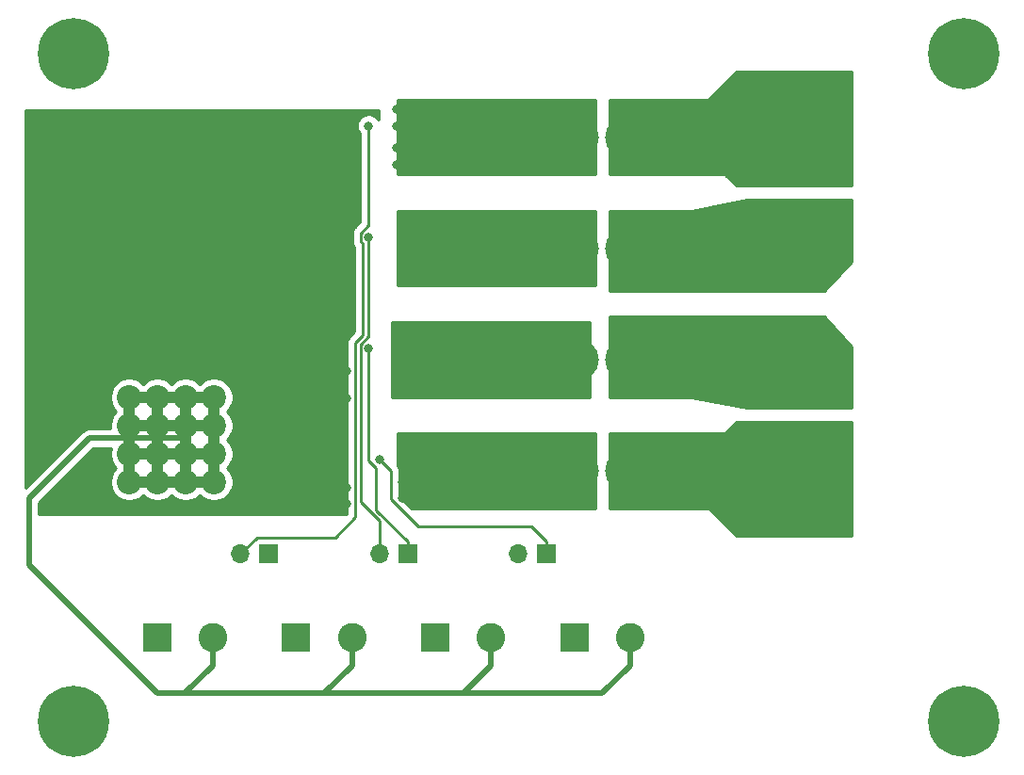
<source format=gbr>
G04 #@! TF.GenerationSoftware,KiCad,Pcbnew,(5.1.6)-1*
G04 #@! TF.CreationDate,2020-07-08T14:40:54+02:00*
G04 #@! TF.ProjectId,power-distribution,706f7765-722d-4646-9973-747269627574,rev?*
G04 #@! TF.SameCoordinates,Original*
G04 #@! TF.FileFunction,Copper,L2,Bot*
G04 #@! TF.FilePolarity,Positive*
%FSLAX46Y46*%
G04 Gerber Fmt 4.6, Leading zero omitted, Abs format (unit mm)*
G04 Created by KiCad (PCBNEW (5.1.6)-1) date 2020-07-08 14:40:54*
%MOMM*%
%LPD*%
G01*
G04 APERTURE LIST*
G04 #@! TA.AperFunction,ComponentPad*
%ADD10C,2.600000*%
G04 #@! TD*
G04 #@! TA.AperFunction,ComponentPad*
%ADD11R,2.600000X2.600000*%
G04 #@! TD*
G04 #@! TA.AperFunction,ComponentPad*
%ADD12C,4.000000*%
G04 #@! TD*
G04 #@! TA.AperFunction,ComponentPad*
%ADD13C,3.500000*%
G04 #@! TD*
G04 #@! TA.AperFunction,ComponentPad*
%ADD14C,0.800000*%
G04 #@! TD*
G04 #@! TA.AperFunction,ComponentPad*
%ADD15C,6.400000*%
G04 #@! TD*
G04 #@! TA.AperFunction,ComponentPad*
%ADD16R,1.700000X1.700000*%
G04 #@! TD*
G04 #@! TA.AperFunction,ComponentPad*
%ADD17O,1.700000X1.700000*%
G04 #@! TD*
G04 #@! TA.AperFunction,ComponentPad*
%ADD18C,2.200000*%
G04 #@! TD*
G04 #@! TA.AperFunction,ViaPad*
%ADD19C,0.800000*%
G04 #@! TD*
G04 #@! TA.AperFunction,Conductor*
%ADD20C,0.500000*%
G04 #@! TD*
G04 #@! TA.AperFunction,Conductor*
%ADD21C,1.000000*%
G04 #@! TD*
G04 #@! TA.AperFunction,Conductor*
%ADD22C,0.250000*%
G04 #@! TD*
G04 #@! TA.AperFunction,Conductor*
%ADD23C,0.254000*%
G04 #@! TD*
G04 APERTURE END LIST*
D10*
X105000000Y-137500000D03*
D11*
X100000000Y-137500000D03*
X87500000Y-137500000D03*
D10*
X92500000Y-137500000D03*
X80000000Y-137500000D03*
D11*
X75000000Y-137500000D03*
X62500000Y-137500000D03*
D10*
X67500000Y-137500000D03*
D12*
X95500000Y-122500000D03*
D13*
X100470000Y-122500000D03*
X104530000Y-122500000D03*
D12*
X109600000Y-122500000D03*
X95500000Y-112500000D03*
D13*
X100470000Y-112500000D03*
X104530000Y-112500000D03*
D12*
X109600000Y-112500000D03*
X95500000Y-102500000D03*
D13*
X100470000Y-102500000D03*
X104530000Y-102500000D03*
D12*
X109600000Y-102500000D03*
X95500000Y-92500000D03*
D13*
X100470000Y-92500000D03*
X104530000Y-92500000D03*
D12*
X109600000Y-92500000D03*
D14*
X136697056Y-83302944D03*
X135000000Y-82600000D03*
X133302944Y-83302944D03*
X132600000Y-85000000D03*
X133302944Y-86697056D03*
X135000000Y-87400000D03*
X136697056Y-86697056D03*
X137400000Y-85000000D03*
D15*
X135000000Y-85000000D03*
D14*
X136697056Y-143302944D03*
X135000000Y-142600000D03*
X133302944Y-143302944D03*
X132600000Y-145000000D03*
X133302944Y-146697056D03*
X135000000Y-147400000D03*
X136697056Y-146697056D03*
X137400000Y-145000000D03*
D15*
X135000000Y-145000000D03*
D14*
X56697056Y-143302944D03*
X55000000Y-142600000D03*
X53302944Y-143302944D03*
X52600000Y-145000000D03*
X53302944Y-146697056D03*
X55000000Y-147400000D03*
X56697056Y-146697056D03*
X57400000Y-145000000D03*
D15*
X55000000Y-145000000D03*
D14*
X56697056Y-83302944D03*
X55000000Y-82600000D03*
X53302944Y-83302944D03*
X52600000Y-85000000D03*
X53302944Y-86697056D03*
X55000000Y-87400000D03*
X56697056Y-86697056D03*
X57400000Y-85000000D03*
D15*
X55000000Y-85000000D03*
D16*
X97500000Y-130000000D03*
D17*
X94960000Y-130000000D03*
X82460000Y-130000000D03*
D16*
X85000000Y-130000000D03*
X72500000Y-130000000D03*
D17*
X69960000Y-130000000D03*
D11*
X120000000Y-125000000D03*
D10*
X120000000Y-120000000D03*
X120000000Y-115000000D03*
X120000000Y-110000000D03*
X120000000Y-105000000D03*
X120000000Y-100000000D03*
X120000000Y-95000000D03*
X120000000Y-90000000D03*
D18*
X59920000Y-106500000D03*
X62460000Y-106500000D03*
X65000000Y-106500000D03*
X67540000Y-106500000D03*
X59920000Y-103960000D03*
X62460000Y-103960000D03*
X65000000Y-103960000D03*
X67540000Y-103960000D03*
X59920000Y-101420000D03*
X62460000Y-101420000D03*
X65000000Y-101420000D03*
X67540000Y-101420000D03*
X59920000Y-98880000D03*
X62460000Y-98880000D03*
X65000000Y-98880000D03*
X67540000Y-98880000D03*
X67620000Y-115880000D03*
X65080000Y-115880000D03*
X62540000Y-115880000D03*
X60000000Y-115880000D03*
X67620000Y-118420000D03*
X65080000Y-118420000D03*
X62540000Y-118420000D03*
X60000000Y-118420000D03*
X67620000Y-120960000D03*
X65080000Y-120960000D03*
X62540000Y-120960000D03*
X60000000Y-120960000D03*
X67620000Y-123500000D03*
X65080000Y-123500000D03*
X62540000Y-123500000D03*
X60000000Y-123500000D03*
D19*
X78000000Y-93500000D03*
X78000000Y-96000000D03*
X79000000Y-96000000D03*
X79000000Y-93500000D03*
X79500000Y-103500000D03*
X79500000Y-106000000D03*
X78500000Y-106000000D03*
X78500000Y-103500000D03*
X79500000Y-113500000D03*
X78500000Y-113500000D03*
X79500000Y-116000000D03*
X78500000Y-116000000D03*
X79500000Y-124000000D03*
X79500000Y-125500000D03*
X78500000Y-125500000D03*
X78500000Y-124000000D03*
X87500000Y-125000000D03*
X86000000Y-125000000D03*
X84500000Y-125000000D03*
X86000000Y-123500000D03*
X86000000Y-121500000D03*
X90500000Y-121500000D03*
X89000000Y-121500000D03*
X84500000Y-123500000D03*
X84500000Y-121500000D03*
X89000000Y-123500000D03*
X90500000Y-120000000D03*
X89000000Y-120000000D03*
X90500000Y-123500000D03*
X86000000Y-120000000D03*
X84500000Y-120000000D03*
X89000000Y-125000000D03*
X87500000Y-120000000D03*
X90500000Y-125000000D03*
X87500000Y-123500000D03*
X87500000Y-121500000D03*
X87500000Y-115000000D03*
X86000000Y-115000000D03*
X84500000Y-115000000D03*
X86000000Y-113500000D03*
X86000000Y-111500000D03*
X90500000Y-111500000D03*
X89000000Y-111500000D03*
X84500000Y-113500000D03*
X84500000Y-111500000D03*
X89000000Y-113500000D03*
X90500000Y-110000000D03*
X89000000Y-110000000D03*
X90500000Y-113500000D03*
X86000000Y-110000000D03*
X84500000Y-110000000D03*
X89000000Y-115000000D03*
X87500000Y-110000000D03*
X90500000Y-115000000D03*
X87500000Y-113500000D03*
X87500000Y-111500000D03*
X87500000Y-105000000D03*
X86000000Y-105000000D03*
X84500000Y-105000000D03*
X86000000Y-103500000D03*
X86000000Y-101500000D03*
X90500000Y-101500000D03*
X89000000Y-101500000D03*
X84500000Y-103500000D03*
X84500000Y-101500000D03*
X89000000Y-103500000D03*
X90500000Y-100000000D03*
X89000000Y-100000000D03*
X90500000Y-103500000D03*
X86000000Y-100000000D03*
X84500000Y-100000000D03*
X89000000Y-105000000D03*
X87500000Y-100000000D03*
X90500000Y-105000000D03*
X87500000Y-103500000D03*
X87500000Y-101500000D03*
X85500000Y-91500000D03*
X87000000Y-91500000D03*
X88500000Y-91500000D03*
X90000000Y-91500000D03*
X90000000Y-93500000D03*
X88500000Y-93500000D03*
X87000000Y-93500000D03*
X85500000Y-93500000D03*
X84000000Y-93500000D03*
X84000000Y-95000000D03*
X85500000Y-95000000D03*
X87000000Y-95000000D03*
X88500000Y-95000000D03*
X90000000Y-95000000D03*
X84000000Y-91500000D03*
X84000000Y-90000000D03*
X85500000Y-90000000D03*
X87000000Y-90000000D03*
X88500000Y-90000000D03*
X90000000Y-90000000D03*
X82500000Y-121500000D03*
X81500000Y-111500000D03*
X81500000Y-101500000D03*
X81500000Y-91500000D03*
D20*
X105000000Y-137500000D02*
X105000000Y-140000000D01*
X105000000Y-140000000D02*
X102500000Y-142500000D01*
X92500000Y-140000000D02*
X90000000Y-142500000D01*
X92500000Y-137500000D02*
X92500000Y-140000000D01*
X80000000Y-137500000D02*
X80000000Y-140000000D01*
X80000000Y-140000000D02*
X77500000Y-142500000D01*
X67500000Y-140000000D02*
X65000000Y-142500000D01*
X67500000Y-137500000D02*
X67500000Y-140000000D01*
X65000000Y-142500000D02*
X90000000Y-142500000D01*
X102500000Y-142500000D02*
X90000000Y-142500000D01*
X51000000Y-131000000D02*
X62500000Y-142500000D01*
X62500000Y-142500000D02*
X65000000Y-142500000D01*
D21*
X60000000Y-115880000D02*
X67620000Y-115880000D01*
X67620000Y-123500000D02*
X67620000Y-115880000D01*
X67620000Y-123500000D02*
X60000000Y-123500000D01*
X60000000Y-123500000D02*
X60000000Y-115880000D01*
X60000000Y-120960000D02*
X67620000Y-120960000D01*
X67620000Y-118420000D02*
X60000000Y-118420000D01*
X62540000Y-115880000D02*
X62540000Y-123500000D01*
D20*
X51000000Y-131000000D02*
X51000000Y-125000000D01*
X56420000Y-119580000D02*
X65080000Y-119580000D01*
D21*
X65080000Y-123500000D02*
X65080000Y-119580000D01*
D20*
X51000000Y-125000000D02*
X56420000Y-119580000D01*
D21*
X65080000Y-119580000D02*
X65080000Y-115880000D01*
D22*
X82500000Y-121500000D02*
X83500000Y-122500000D01*
X83500000Y-125073002D02*
X85926998Y-127500000D01*
X83500000Y-122500000D02*
X83500000Y-125073002D01*
X97500000Y-128900000D02*
X97500000Y-130000000D01*
X85926998Y-127500000D02*
X96100000Y-127500000D01*
X96100000Y-127500000D02*
X97500000Y-128900000D01*
X81500000Y-121573002D02*
X82151999Y-122225001D01*
X81500000Y-111500000D02*
X81500000Y-121573002D01*
X85000000Y-128900000D02*
X85000000Y-130000000D01*
X82151999Y-122225001D02*
X82151999Y-126051999D01*
X82151999Y-126051999D02*
X85000000Y-128900000D01*
X82500000Y-129960000D02*
X82460000Y-130000000D01*
X82500000Y-127036410D02*
X82500000Y-129960000D01*
X80774999Y-125311409D02*
X82500000Y-127036410D01*
X80774999Y-111151999D02*
X80774999Y-125311409D01*
X81500000Y-101500000D02*
X81500000Y-110426998D01*
X81500000Y-110426998D02*
X80774999Y-111151999D01*
X80324989Y-110965599D02*
X80324990Y-125497810D01*
X71460000Y-128500000D02*
X69960000Y-130000000D01*
X81500000Y-100426998D02*
X80774999Y-101151999D01*
X81500000Y-91500000D02*
X81500000Y-100426998D01*
X80774999Y-101151999D02*
X80774999Y-101848001D01*
X80774999Y-101848001D02*
X81000000Y-102073002D01*
X81000000Y-102073002D02*
X81000000Y-110290588D01*
X81000000Y-110290588D02*
X80324989Y-110965599D01*
X80324990Y-125497810D02*
X80324990Y-126675010D01*
X80324990Y-126675010D02*
X78500000Y-128500000D01*
X78500000Y-128500000D02*
X71500000Y-128500000D01*
D23*
G36*
X82373000Y-90943586D02*
G01*
X82303937Y-90840226D01*
X82159774Y-90696063D01*
X81990256Y-90582795D01*
X81801898Y-90504774D01*
X81601939Y-90465000D01*
X81398061Y-90465000D01*
X81198102Y-90504774D01*
X81009744Y-90582795D01*
X80840226Y-90696063D01*
X80696063Y-90840226D01*
X80582795Y-91009744D01*
X80504774Y-91198102D01*
X80465000Y-91398061D01*
X80465000Y-91601939D01*
X80504774Y-91801898D01*
X80582795Y-91990256D01*
X80696063Y-92159774D01*
X80740000Y-92203711D01*
X80740001Y-100112195D01*
X80264001Y-100588196D01*
X80234998Y-100611998D01*
X80179870Y-100679173D01*
X80140025Y-100727723D01*
X80073985Y-100851274D01*
X80069453Y-100859753D01*
X80025996Y-101003014D01*
X80014999Y-101114667D01*
X80014999Y-101114677D01*
X80011323Y-101151999D01*
X80014999Y-101189321D01*
X80014999Y-101810679D01*
X80011323Y-101848001D01*
X80014999Y-101885323D01*
X80014999Y-101885334D01*
X80025996Y-101996987D01*
X80049055Y-102073001D01*
X80069453Y-102140247D01*
X80140025Y-102272277D01*
X80211200Y-102359003D01*
X80234999Y-102388002D01*
X80240000Y-102392106D01*
X80240001Y-109975785D01*
X79813986Y-110401801D01*
X79784988Y-110425599D01*
X79761190Y-110454597D01*
X79690015Y-110541323D01*
X79652238Y-110611998D01*
X79619443Y-110673353D01*
X79575986Y-110816614D01*
X79564989Y-110928267D01*
X79564989Y-110928277D01*
X79561313Y-110965599D01*
X79564989Y-111002922D01*
X79564991Y-125460468D01*
X79564990Y-125460478D01*
X79564991Y-126360207D01*
X79552198Y-126373000D01*
X51885000Y-126373000D01*
X51885000Y-125366578D01*
X56786579Y-120465000D01*
X58329471Y-120465000D01*
X58265000Y-120789117D01*
X58265000Y-121130883D01*
X58331675Y-121466081D01*
X58462463Y-121781831D01*
X58652337Y-122065998D01*
X58816339Y-122230000D01*
X58652337Y-122394002D01*
X58462463Y-122678169D01*
X58331675Y-122993919D01*
X58265000Y-123329117D01*
X58265000Y-123670883D01*
X58331675Y-124006081D01*
X58462463Y-124321831D01*
X58652337Y-124605998D01*
X58894002Y-124847663D01*
X59178169Y-125037537D01*
X59493919Y-125168325D01*
X59829117Y-125235000D01*
X60170883Y-125235000D01*
X60506081Y-125168325D01*
X60821831Y-125037537D01*
X61105998Y-124847663D01*
X61270000Y-124683661D01*
X61434002Y-124847663D01*
X61718169Y-125037537D01*
X62033919Y-125168325D01*
X62369117Y-125235000D01*
X62710883Y-125235000D01*
X63046081Y-125168325D01*
X63361831Y-125037537D01*
X63645998Y-124847663D01*
X63810000Y-124683661D01*
X63974002Y-124847663D01*
X64258169Y-125037537D01*
X64573919Y-125168325D01*
X64909117Y-125235000D01*
X65250883Y-125235000D01*
X65586081Y-125168325D01*
X65901831Y-125037537D01*
X66185998Y-124847663D01*
X66350000Y-124683661D01*
X66514002Y-124847663D01*
X66798169Y-125037537D01*
X67113919Y-125168325D01*
X67449117Y-125235000D01*
X67790883Y-125235000D01*
X68126081Y-125168325D01*
X68441831Y-125037537D01*
X68725998Y-124847663D01*
X68967663Y-124605998D01*
X69157537Y-124321831D01*
X69288325Y-124006081D01*
X69355000Y-123670883D01*
X69355000Y-123329117D01*
X69288325Y-122993919D01*
X69157537Y-122678169D01*
X68967663Y-122394002D01*
X68803661Y-122230000D01*
X68967663Y-122065998D01*
X69157537Y-121781831D01*
X69288325Y-121466081D01*
X69355000Y-121130883D01*
X69355000Y-120789117D01*
X69288325Y-120453919D01*
X69157537Y-120138169D01*
X68967663Y-119854002D01*
X68803661Y-119690000D01*
X68967663Y-119525998D01*
X69157537Y-119241831D01*
X69288325Y-118926081D01*
X69355000Y-118590883D01*
X69355000Y-118249117D01*
X69288325Y-117913919D01*
X69157537Y-117598169D01*
X68967663Y-117314002D01*
X68803661Y-117150000D01*
X68967663Y-116985998D01*
X69157537Y-116701831D01*
X69288325Y-116386081D01*
X69355000Y-116050883D01*
X69355000Y-115709117D01*
X69288325Y-115373919D01*
X69157537Y-115058169D01*
X68967663Y-114774002D01*
X68725998Y-114532337D01*
X68441831Y-114342463D01*
X68126081Y-114211675D01*
X67790883Y-114145000D01*
X67449117Y-114145000D01*
X67113919Y-114211675D01*
X66798169Y-114342463D01*
X66514002Y-114532337D01*
X66350000Y-114696339D01*
X66185998Y-114532337D01*
X65901831Y-114342463D01*
X65586081Y-114211675D01*
X65250883Y-114145000D01*
X64909117Y-114145000D01*
X64573919Y-114211675D01*
X64258169Y-114342463D01*
X63974002Y-114532337D01*
X63810000Y-114696339D01*
X63645998Y-114532337D01*
X63361831Y-114342463D01*
X63046081Y-114211675D01*
X62710883Y-114145000D01*
X62369117Y-114145000D01*
X62033919Y-114211675D01*
X61718169Y-114342463D01*
X61434002Y-114532337D01*
X61270000Y-114696339D01*
X61105998Y-114532337D01*
X60821831Y-114342463D01*
X60506081Y-114211675D01*
X60170883Y-114145000D01*
X59829117Y-114145000D01*
X59493919Y-114211675D01*
X59178169Y-114342463D01*
X58894002Y-114532337D01*
X58652337Y-114774002D01*
X58462463Y-115058169D01*
X58331675Y-115373919D01*
X58265000Y-115709117D01*
X58265000Y-116050883D01*
X58331675Y-116386081D01*
X58462463Y-116701831D01*
X58652337Y-116985998D01*
X58816339Y-117150000D01*
X58652337Y-117314002D01*
X58462463Y-117598169D01*
X58331675Y-117913919D01*
X58265000Y-118249117D01*
X58265000Y-118590883D01*
X58285710Y-118695000D01*
X56463469Y-118695000D01*
X56420000Y-118690719D01*
X56376531Y-118695000D01*
X56376523Y-118695000D01*
X56246510Y-118707805D01*
X56079686Y-118758411D01*
X55925941Y-118840589D01*
X55824953Y-118923468D01*
X55824951Y-118923470D01*
X55791183Y-118951183D01*
X55763470Y-118984951D01*
X50695000Y-124053422D01*
X50695000Y-90127000D01*
X82373000Y-90127000D01*
X82373000Y-90943586D01*
G37*
X82373000Y-90943586D02*
X82303937Y-90840226D01*
X82159774Y-90696063D01*
X81990256Y-90582795D01*
X81801898Y-90504774D01*
X81601939Y-90465000D01*
X81398061Y-90465000D01*
X81198102Y-90504774D01*
X81009744Y-90582795D01*
X80840226Y-90696063D01*
X80696063Y-90840226D01*
X80582795Y-91009744D01*
X80504774Y-91198102D01*
X80465000Y-91398061D01*
X80465000Y-91601939D01*
X80504774Y-91801898D01*
X80582795Y-91990256D01*
X80696063Y-92159774D01*
X80740000Y-92203711D01*
X80740001Y-100112195D01*
X80264001Y-100588196D01*
X80234998Y-100611998D01*
X80179870Y-100679173D01*
X80140025Y-100727723D01*
X80073985Y-100851274D01*
X80069453Y-100859753D01*
X80025996Y-101003014D01*
X80014999Y-101114667D01*
X80014999Y-101114677D01*
X80011323Y-101151999D01*
X80014999Y-101189321D01*
X80014999Y-101810679D01*
X80011323Y-101848001D01*
X80014999Y-101885323D01*
X80014999Y-101885334D01*
X80025996Y-101996987D01*
X80049055Y-102073001D01*
X80069453Y-102140247D01*
X80140025Y-102272277D01*
X80211200Y-102359003D01*
X80234999Y-102388002D01*
X80240000Y-102392106D01*
X80240001Y-109975785D01*
X79813986Y-110401801D01*
X79784988Y-110425599D01*
X79761190Y-110454597D01*
X79690015Y-110541323D01*
X79652238Y-110611998D01*
X79619443Y-110673353D01*
X79575986Y-110816614D01*
X79564989Y-110928267D01*
X79564989Y-110928277D01*
X79561313Y-110965599D01*
X79564989Y-111002922D01*
X79564991Y-125460468D01*
X79564990Y-125460478D01*
X79564991Y-126360207D01*
X79552198Y-126373000D01*
X51885000Y-126373000D01*
X51885000Y-125366578D01*
X56786579Y-120465000D01*
X58329471Y-120465000D01*
X58265000Y-120789117D01*
X58265000Y-121130883D01*
X58331675Y-121466081D01*
X58462463Y-121781831D01*
X58652337Y-122065998D01*
X58816339Y-122230000D01*
X58652337Y-122394002D01*
X58462463Y-122678169D01*
X58331675Y-122993919D01*
X58265000Y-123329117D01*
X58265000Y-123670883D01*
X58331675Y-124006081D01*
X58462463Y-124321831D01*
X58652337Y-124605998D01*
X58894002Y-124847663D01*
X59178169Y-125037537D01*
X59493919Y-125168325D01*
X59829117Y-125235000D01*
X60170883Y-125235000D01*
X60506081Y-125168325D01*
X60821831Y-125037537D01*
X61105998Y-124847663D01*
X61270000Y-124683661D01*
X61434002Y-124847663D01*
X61718169Y-125037537D01*
X62033919Y-125168325D01*
X62369117Y-125235000D01*
X62710883Y-125235000D01*
X63046081Y-125168325D01*
X63361831Y-125037537D01*
X63645998Y-124847663D01*
X63810000Y-124683661D01*
X63974002Y-124847663D01*
X64258169Y-125037537D01*
X64573919Y-125168325D01*
X64909117Y-125235000D01*
X65250883Y-125235000D01*
X65586081Y-125168325D01*
X65901831Y-125037537D01*
X66185998Y-124847663D01*
X66350000Y-124683661D01*
X66514002Y-124847663D01*
X66798169Y-125037537D01*
X67113919Y-125168325D01*
X67449117Y-125235000D01*
X67790883Y-125235000D01*
X68126081Y-125168325D01*
X68441831Y-125037537D01*
X68725998Y-124847663D01*
X68967663Y-124605998D01*
X69157537Y-124321831D01*
X69288325Y-124006081D01*
X69355000Y-123670883D01*
X69355000Y-123329117D01*
X69288325Y-122993919D01*
X69157537Y-122678169D01*
X68967663Y-122394002D01*
X68803661Y-122230000D01*
X68967663Y-122065998D01*
X69157537Y-121781831D01*
X69288325Y-121466081D01*
X69355000Y-121130883D01*
X69355000Y-120789117D01*
X69288325Y-120453919D01*
X69157537Y-120138169D01*
X68967663Y-119854002D01*
X68803661Y-119690000D01*
X68967663Y-119525998D01*
X69157537Y-119241831D01*
X69288325Y-118926081D01*
X69355000Y-118590883D01*
X69355000Y-118249117D01*
X69288325Y-117913919D01*
X69157537Y-117598169D01*
X68967663Y-117314002D01*
X68803661Y-117150000D01*
X68967663Y-116985998D01*
X69157537Y-116701831D01*
X69288325Y-116386081D01*
X69355000Y-116050883D01*
X69355000Y-115709117D01*
X69288325Y-115373919D01*
X69157537Y-115058169D01*
X68967663Y-114774002D01*
X68725998Y-114532337D01*
X68441831Y-114342463D01*
X68126081Y-114211675D01*
X67790883Y-114145000D01*
X67449117Y-114145000D01*
X67113919Y-114211675D01*
X66798169Y-114342463D01*
X66514002Y-114532337D01*
X66350000Y-114696339D01*
X66185998Y-114532337D01*
X65901831Y-114342463D01*
X65586081Y-114211675D01*
X65250883Y-114145000D01*
X64909117Y-114145000D01*
X64573919Y-114211675D01*
X64258169Y-114342463D01*
X63974002Y-114532337D01*
X63810000Y-114696339D01*
X63645998Y-114532337D01*
X63361831Y-114342463D01*
X63046081Y-114211675D01*
X62710883Y-114145000D01*
X62369117Y-114145000D01*
X62033919Y-114211675D01*
X61718169Y-114342463D01*
X61434002Y-114532337D01*
X61270000Y-114696339D01*
X61105998Y-114532337D01*
X60821831Y-114342463D01*
X60506081Y-114211675D01*
X60170883Y-114145000D01*
X59829117Y-114145000D01*
X59493919Y-114211675D01*
X59178169Y-114342463D01*
X58894002Y-114532337D01*
X58652337Y-114774002D01*
X58462463Y-115058169D01*
X58331675Y-115373919D01*
X58265000Y-115709117D01*
X58265000Y-116050883D01*
X58331675Y-116386081D01*
X58462463Y-116701831D01*
X58652337Y-116985998D01*
X58816339Y-117150000D01*
X58652337Y-117314002D01*
X58462463Y-117598169D01*
X58331675Y-117913919D01*
X58265000Y-118249117D01*
X58265000Y-118590883D01*
X58285710Y-118695000D01*
X56463469Y-118695000D01*
X56420000Y-118690719D01*
X56376531Y-118695000D01*
X56376523Y-118695000D01*
X56246510Y-118707805D01*
X56079686Y-118758411D01*
X55925941Y-118840589D01*
X55824953Y-118923468D01*
X55824951Y-118923470D01*
X55791183Y-118951183D01*
X55763470Y-118984951D01*
X50695000Y-124053422D01*
X50695000Y-90127000D01*
X82373000Y-90127000D01*
X82373000Y-90943586D01*
G36*
X101873000Y-95873000D02*
G01*
X84127000Y-95873000D01*
X84127000Y-89127000D01*
X101873000Y-89127000D01*
X101873000Y-95873000D01*
G37*
X101873000Y-95873000D02*
X84127000Y-95873000D01*
X84127000Y-89127000D01*
X101873000Y-89127000D01*
X101873000Y-95873000D01*
G36*
X101873000Y-105873000D02*
G01*
X84127000Y-105873000D01*
X84127000Y-99127000D01*
X101873000Y-99127000D01*
X101873000Y-105873000D01*
G37*
X101873000Y-105873000D02*
X84127000Y-105873000D01*
X84127000Y-99127000D01*
X101873000Y-99127000D01*
X101873000Y-105873000D01*
G36*
X101373000Y-115873000D02*
G01*
X83627000Y-115873000D01*
X83627000Y-109127000D01*
X101373000Y-109127000D01*
X101373000Y-115873000D01*
G37*
X101373000Y-115873000D02*
X83627000Y-115873000D01*
X83627000Y-109127000D01*
X101373000Y-109127000D01*
X101373000Y-115873000D01*
G36*
X101873000Y-125873000D02*
G01*
X85374800Y-125873000D01*
X84260000Y-124758201D01*
X84260000Y-122537333D01*
X84263677Y-122500000D01*
X84249003Y-122351014D01*
X84205546Y-122207753D01*
X84134974Y-122075724D01*
X84127000Y-122066008D01*
X84127000Y-119127000D01*
X101873000Y-119127000D01*
X101873000Y-125873000D01*
G37*
X101873000Y-125873000D02*
X85374800Y-125873000D01*
X84260000Y-124758201D01*
X84260000Y-122537333D01*
X84263677Y-122500000D01*
X84249003Y-122351014D01*
X84205546Y-122207753D01*
X84134974Y-122075724D01*
X84127000Y-122066008D01*
X84127000Y-119127000D01*
X101873000Y-119127000D01*
X101873000Y-125873000D01*
G36*
X124873000Y-128373000D02*
G01*
X114552606Y-128373000D01*
X112089803Y-125910197D01*
X112070557Y-125894403D01*
X112048601Y-125882667D01*
X112024776Y-125875440D01*
X112000000Y-125873000D01*
X103127000Y-125873000D01*
X103127000Y-119127000D01*
X113500000Y-119127000D01*
X113524776Y-119124560D01*
X113548601Y-119117333D01*
X113570557Y-119105597D01*
X113589803Y-119089803D01*
X114552606Y-118127000D01*
X124873000Y-118127000D01*
X124873000Y-128373000D01*
G37*
X124873000Y-128373000D02*
X114552606Y-128373000D01*
X112089803Y-125910197D01*
X112070557Y-125894403D01*
X112048601Y-125882667D01*
X112024776Y-125875440D01*
X112000000Y-125873000D01*
X103127000Y-125873000D01*
X103127000Y-119127000D01*
X113500000Y-119127000D01*
X113524776Y-119124560D01*
X113548601Y-119117333D01*
X113570557Y-119105597D01*
X113589803Y-119089803D01*
X114552606Y-118127000D01*
X124873000Y-118127000D01*
X124873000Y-128373000D01*
G36*
X124873000Y-96873000D02*
G01*
X114552606Y-96873000D01*
X113589803Y-95910197D01*
X113570557Y-95894403D01*
X113548601Y-95882667D01*
X113524776Y-95875440D01*
X113500000Y-95873000D01*
X103127000Y-95873000D01*
X103127000Y-89127000D01*
X112000000Y-89127000D01*
X112024776Y-89124560D01*
X112048601Y-89117333D01*
X112070557Y-89105597D01*
X112089803Y-89089803D01*
X114552606Y-86627000D01*
X124873000Y-86627000D01*
X124873000Y-96873000D01*
G37*
X124873000Y-96873000D02*
X114552606Y-96873000D01*
X113589803Y-95910197D01*
X113570557Y-95894403D01*
X113548601Y-95882667D01*
X113524776Y-95875440D01*
X113500000Y-95873000D01*
X103127000Y-95873000D01*
X103127000Y-89127000D01*
X112000000Y-89127000D01*
X112024776Y-89124560D01*
X112048601Y-89117333D01*
X112070557Y-89105597D01*
X112089803Y-89089803D01*
X114552606Y-86627000D01*
X124873000Y-86627000D01*
X124873000Y-96873000D01*
G36*
X124873000Y-103700902D02*
G01*
X122443820Y-106373000D01*
X103127000Y-106373000D01*
X103127000Y-99127000D01*
X110500000Y-99127000D01*
X110524907Y-99124534D01*
X115512577Y-98127000D01*
X124873000Y-98127000D01*
X124873000Y-103700902D01*
G37*
X124873000Y-103700902D02*
X122443820Y-106373000D01*
X103127000Y-106373000D01*
X103127000Y-99127000D01*
X110500000Y-99127000D01*
X110524907Y-99124534D01*
X115512577Y-98127000D01*
X124873000Y-98127000D01*
X124873000Y-103700902D01*
G36*
X124873000Y-111299098D02*
G01*
X124873000Y-116873000D01*
X115512577Y-116873000D01*
X110524907Y-115875466D01*
X110500000Y-115873000D01*
X103127000Y-115873000D01*
X103127000Y-108627000D01*
X122443820Y-108627000D01*
X124873000Y-111299098D01*
G37*
X124873000Y-111299098D02*
X124873000Y-116873000D01*
X115512577Y-116873000D01*
X110524907Y-115875466D01*
X110500000Y-115873000D01*
X103127000Y-115873000D01*
X103127000Y-108627000D01*
X122443820Y-108627000D01*
X124873000Y-111299098D01*
M02*

</source>
